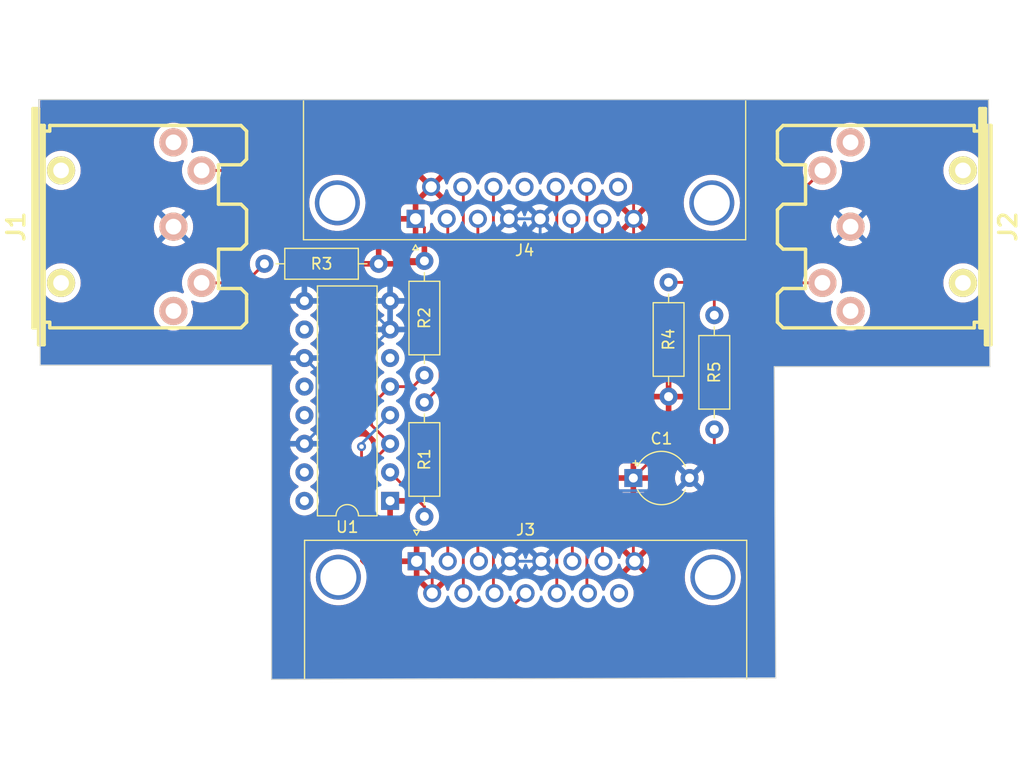
<source format=kicad_pcb>
(kicad_pcb (version 20221018) (generator pcbnew)
  (layers (0 "F.Cu" signal) (31 "B.Cu" signal) (34 "B.Paste" user) (35 "F.Paste" user) (36 "B.SilkS" user "B.Silkscreen") (37 "F.SilkS" user "F.Silkscreen") (38 "B.Mask" user) (39 "F.Mask" user) (44 "Edge.Cuts" user))
  (net 0 "")
  (net 1 "VCC")
  (net 2 "GND")
  (net 4 "Net-(J1-Pad4)")
  (net 6 "Net-(J1-Pad5)")
  (net 8 "Net-(J2-Pad4)")
  (net 10 "Net-(J2-Pad5)")
  (net 11 "/~{B1}")
  (net 12 "/X1")
  (net 13 "/Y1")
  (net 14 "/~{B2}")
  (net 15 "/~{B4}")
  (net 16 "/X2")
  (net 17 "/MIDI_OUT")
  (net 18 "/Y2")
  (net 19 "/~{B3}")
  (net 23 "Net-(R1-Pad2)")
  (net 24 "Net-(R5-Pad2)")
  (footprint "Eurocad:MIDI_DIN5" (layer "F.Cu") (at 121.3739 47.879 -90)
    (fp_text reference "J1" (at 0 11.00074 90) (layer "F.SilkS") (effects (font (size 1.524 1.524) (thickness 0.3048))))
    (fp_text value "DIN-5_180degree" hide)
    (fp_line (start -10.50036 8.99922) (end -8.99922 8.99922) (stroke (width 0.3048)) (layer "F.SilkS"))
    (fp_line (start -10.50036 9.25068) (end 8.99922 9.25068) (stroke (width 0.3048)) (layer "F.SilkS"))
    (fp_line (start -10.50036 9.4996) (end -10.50036 8.99922) (stroke (width 0.3048)) (layer "F.SilkS"))
    (fp_line (start -8.99922 -8.99922) (end -8.99922 8.001) (stroke (width 0.3048)) (layer "F.SilkS"))
    (fp_line (start -8.99922 -8.99922) (end -8.49884 -9.4996) (stroke (width 0.3048)) (layer "F.SilkS"))
    (fp_line (start -8.99922 8.001) (end -8.49884 8.001) (stroke (width 0.3048)) (layer "F.SilkS"))
    (fp_line (start -8.99922 8.49884) (end 10.50036 8.49884) (stroke (width 0.3048)) (layer "F.SilkS"))
    (fp_line (start -8.99922 8.7503) (end 10.50036 8.7503) (stroke (width 0.3048)) (layer "F.SilkS"))
    (fp_line (start -8.99922 8.99922) (end -8.99922 8.49884) (stroke (width 0.3048)) (layer "F.SilkS"))
    (fp_line (start -8.49884 -9.4996) (end -5.99948 -9.4996) (stroke (width 0.3048)) (layer "F.SilkS"))
    (fp_line (start -8.49884 8.001) (end -8.49884 8.49884) (stroke (width 0.3048)) (layer "F.SilkS"))
    (fp_line (start -5.99948 -9.4996) (end -5.4991 -8.99922) (stroke (width 0.3048)) (layer "F.SilkS"))
    (fp_line (start -5.4991 -8.99922) (end -5.4991 -7.00024) (stroke (width 0.3048)) (layer "F.SilkS"))
    (fp_line (start -5.4991 -7.00024) (end -1.99898 -7.00024) (stroke (width 0.3048)) (layer "F.SilkS"))
    (fp_line (start -1.99898 -8.99922) (end -1.99898 -7.00024) (stroke (width 0.3048)) (layer "F.SilkS"))
    (fp_line (start -1.50114 -9.4996) (end -1.99898 -8.99922) (stroke (width 0.3048)) (layer "F.SilkS"))
    (fp_line (start -1.50114 -9.4996) (end 1.50114 -9.4996) (stroke (width 0.3048)) (layer "F.SilkS"))
    (fp_line (start 1.50114 -9.4996) (end 1.99898 -8.99922) (stroke (width 0.3048)) (layer "F.SilkS"))
    (fp_line (start 1.99898 -8.99922) (end 1.99898 -7.00024) (stroke (width 0.3048)) (layer "F.SilkS"))
    (fp_line (start 5.4991 -8.99922) (end 5.4991 -7.00024) (stroke (width 0.3048)) (layer "F.SilkS"))
    (fp_line (start 5.4991 -7.00024) (end 1.99898 -7.00024) (stroke (width 0.3048)) (layer "F.SilkS"))
    (fp_line (start 5.99948 -9.4996) (end 5.4991 -8.99922) (stroke (width 0.3048)) (layer "F.SilkS"))
    (fp_line (start 6.49986 -9.4996) (end 5.99948 -9.4996) (stroke (width 0.3048)) (layer "F.SilkS"))
    (fp_line (start 8.49884 -9.4996) (end 6.49986 -9.4996) (stroke (width 0.3048)) (layer "F.SilkS"))
    (fp_line (start 8.49884 8.49884) (end 8.49884 8.001) (stroke (width 0.3048)) (layer "F.SilkS"))
    (fp_line (start 8.99922 -8.99922) (end 8.49884 -9.4996) (stroke (width 0.3048)) (layer "F.SilkS"))
    (fp_line (start 8.99922 -8.99922) (end 8.99922 8.001) (stroke (width 0.3048)) (layer "F.SilkS"))
    (fp_line (start 8.99922 8.001) (end 8.49884 8.001) (stroke (width 0.3048)) (layer "F.SilkS"))
    (fp_line (start 8.99922 8.99922) (end -8.99922 8.99922) (stroke (width 0.3048)) (layer "F.SilkS"))
    (fp_line (start 8.99922 8.99922) (end 8.99922 9.4996) (stroke (width 0.3048)) (layer "F.SilkS"))
    (fp_line (start 8.99922 9.4996) (end -10.50036 9.4996) (stroke (width 0.3048)) (layer "F.SilkS"))
    (fp_line (start 10.50036 8.49884) (end 10.50036 8.99922) (stroke (width 0.3048)) (layer "F.SilkS"))
    (fp_line (start 10.50036 8.99922) (end 8.99922 8.99922) (stroke (width 0.3048)) (layer "F.SilkS"))
    (pad "" np_thru_hole circle (at -5.00126 6.9977 270) (size 2.49936 2.49936) (drill 1.397) (layers "*.Cu" "*.Mask" "F.SilkS"))
    (pad "" np_thru_hole circle (at 5.00126 6.9977 270) (size 2.49936 2.49936) (drill 1.397) (layers "*.Cu" "*.Mask" "F.SilkS"))
    (pad "1" thru_hole circle (at 7.49808 -2.9972 270) (size 2.49936 2.49936) (drill 1.397) (layers "*.Cu" "*.SilkS" "*.Mask"))
    (pad "2" thru_hole circle (at 0 -2.99974 270) (size 2.49936 2.49936) (drill 1.397) (layers "*.Cu" "*.SilkS" "*.Mask") (net 2 "GND"))
    (pad "3" thru_hole circle (at -7.49808 -2.9972 270) (size 2.49936 2.49936) (drill 1.397) (layers "*.Cu" "*.SilkS" "*.Mask"))
    (pad "4" thru_hole circle (at 4.99618 -5.4991 270) (size 2.49936 2.49936) (drill 1.397) (layers "*.Cu" "*.SilkS" "*.Mask") (net 4 "Net-(J1-Pad4)"))
    (pad "5" thru_hole circle (at -4.99618 -5.4991 270) (size 2.49936 2.49936) (drill 1.397) (layers "*.Cu" "*.SilkS" "*.Mask") (net 6 "Net-(J1-Pad5)"))
  )
  (footprint "Package_DIP:DIP-16_W7.62mm" (layer "F.Cu") (at 143.637 72.263 180)
    (fp_text reference "U1" (at 3.81 -2.33) (layer "F.SilkS"))
    (fp_text value "4050")
    (fp_line (start 1.16 -1.33) (end 1.16 19.11) (stroke (width 0.12)) (layer "F.SilkS"))
    (fp_line (start 1.16 19.11) (end 6.46 19.11) (stroke (width 0.12)) (layer "F.SilkS"))
    (fp_line (start 2.81 -1.33) (end 1.16 -1.33) (stroke (width 0.12)) (layer "F.SilkS"))
    (fp_line (start 6.46 -1.33) (end 4.81 -1.33) (stroke (width 0.12)) (layer "F.SilkS"))
    (fp_line (start 6.46 19.11) (end 6.46 -1.33) (stroke (width 0.12)) (layer "F.SilkS"))
    (fp_arc (start 4.81 -1.33) (mid 3.81 -0.33) (end 2.81 -1.33) (stroke (width 0.12)) (layer "F.SilkS"))
    (pad "1" thru_hole rect (at 0 0 180) (size 1.6 1.6) (drill 0.8) (layers "*.Cu" "*.Mask") (net 1 "VCC"))
    (pad "2" thru_hole oval (at 0 2.54 180) (size 1.6 1.6) (drill 0.8) (layers "*.Cu" "*.Mask") (net 23 "Net-(R1-Pad2)"))
    (pad "3" thru_hole oval (at 0 5.08 180) (size 1.6 1.6) (drill 0.8) (layers "*.Cu" "*.Mask") (net 17 "/MIDI_OUT"))
    (pad "4" thru_hole oval (at 0 7.62 180) (size 1.6 1.6) (drill 0.8) (layers "*.Cu" "*.Mask") (net 24 "Net-(R5-Pad2)"))
    (pad "5" thru_hole oval (at 0 10.16 180) (size 1.6 1.6) (drill 0.8) (layers "*.Cu" "*.Mask") (net 17 "/MIDI_OUT"))
    (pad "6" thru_hole oval (at 0 12.7 180) (size 1.6 1.6) (drill 0.8) (layers "*.Cu" "*.Mask"))
    (pad "7" thru_hole oval (at 0 15.24 180) (size 1.6 1.6) (drill 0.8) (layers "*.Cu" "*.Mask") (net 2 "GND"))
    (pad "8" thru_hole oval (at 0 17.78 180) (size 1.6 1.6) (drill 0.8) (layers "*.Cu" "*.Mask") (net 2 "GND"))
    (pad "9" thru_hole oval (at 7.62 17.78 180) (size 1.6 1.6) (drill 0.8) (layers "*.Cu" "*.Mask") (net 2 "GND"))
    (pad "10" thru_hole oval (at 7.62 15.24 180) (size 1.6 1.6) (drill 0.8) (layers "*.Cu" "*.Mask"))
    (pad "11" thru_hole oval (at 7.62 12.7 180) (size 1.6 1.6) (drill 0.8) (layers "*.Cu" "*.Mask") (net 2 "GND"))
    (pad "12" thru_hole oval (at 7.62 10.16 180) (size 1.6 1.6) (drill 0.8) (layers "*.Cu" "*.Mask"))
    (pad "13" thru_hole oval (at 7.62 7.62 180) (size 1.6 1.6) (drill 0.8) (layers "*.Cu" "*.Mask"))
    (pad "14" thru_hole oval (at 7.62 5.08 180) (size 1.6 1.6) (drill 0.8) (layers "*.Cu" "*.Mask") (net 2 "GND"))
    (pad "15" thru_hole oval (at 7.62 2.54 180) (size 1.6 1.6) (drill 0.8) (layers "*.Cu" "*.Mask"))
    (pad "16" thru_hole oval (at 7.62 0 180) (size 1.6 1.6) (drill 0.8) (layers "*.Cu" "*.Mask"))
  )
  (footprint "Resistor_THT:R_Axial_DIN0207_L6.3mm_D2.5mm_P10.16mm_Horizontal" (layer "F.Cu") (at 172.466 55.753 -90)
    (fp_text reference "R5" (at 5.08 0 90) (layer "F.SilkS"))
    (fp_text value "220R")
    (fp_line (start 1.04 0) (end 1.81 0) (stroke (width 0.12)) (layer "F.SilkS"))
    (fp_line (start 1.81 -1.37) (end 1.81 1.37) (stroke (width 0.12)) (layer "F.SilkS"))
    (fp_line (start 1.81 1.37) (end 8.35 1.37) (stroke (width 0.12)) (layer "F.SilkS"))
    (fp_line (start 8.35 -1.37) (end 1.81 -1.37) (stroke (width 0.12)) (layer "F.SilkS"))
    (fp_line (start 8.35 1.37) (end 8.35 -1.37) (stroke (width 0.12)) (layer "F.SilkS"))
    (fp_line (start 9.12 0) (end 8.35 0) (stroke (width 0.12)) (layer "F.SilkS"))
    (pad "1" thru_hole circle (at 0 0 270) (size 1.6 1.6) (drill 0.8) (layers "*.Cu" "*.Mask") (net 10 "Net-(J2-Pad5)"))
    (pad "2" thru_hole oval (at 10.16 0 270) (size 1.6 1.6) (drill 0.8) (layers "*.Cu" "*.Mask") (net 24 "Net-(R5-Pad2)"))
  )
  (footprint "Resistor_THT:R_Axial_DIN0207_L6.3mm_D2.5mm_P10.16mm_Horizontal" (layer "F.Cu") (at 146.685 63.5 -90)
    (fp_text reference "R1" (at 5.08 0 90) (layer "F.SilkS"))
    (fp_text value "220R")
    (fp_line (start 1.04 0) (end 1.81 0) (stroke (width 0.12)) (layer "F.SilkS"))
    (fp_line (start 1.81 -1.37) (end 1.81 1.37) (stroke (width 0.12)) (layer "F.SilkS"))
    (fp_line (start 1.81 1.37) (end 8.35 1.37) (stroke (width 0.12)) (layer "F.SilkS"))
    (fp_line (start 8.35 -1.37) (end 1.81 -1.37) (stroke (width 0.12)) (layer "F.SilkS"))
    (fp_line (start 8.35 1.37) (end 8.35 -1.37) (stroke (width 0.12)) (layer "F.SilkS"))
    (fp_line (start 9.12 0) (end 8.35 0) (stroke (width 0.12)) (layer "F.SilkS"))
    (pad "1" thru_hole circle (at 0 0 270) (size 1.6 1.6) (drill 0.8) (layers "*.Cu" "*.Mask") (net 6 "Net-(J1-Pad5)"))
    (pad "2" thru_hole oval (at 10.16 0 270) (size 1.6 1.6) (drill 0.8) (layers "*.Cu" "*.Mask") (net 23 "Net-(R1-Pad2)"))
  )
  (footprint "Eurocad:MIDI_DIN5" (layer "F.Cu") (at 187.579 47.879 90)
    (fp_text reference "J2" (at 0 11.00074 90) (layer "F.SilkS") (effects (font (size 1.524 1.524) (thickness 0.3048))))
    (fp_text value "DIN-5_180degree" hide)
    (fp_line (start -10.50036 8.99922) (end -8.99922 8.99922) (stroke (width 0.3048)) (layer "F.SilkS"))
    (fp_line (start -10.50036 9.25068) (end 8.99922 9.25068) (stroke (width 0.3048)) (layer "F.SilkS"))
    (fp_line (start -10.50036 9.4996) (end -10.50036 8.99922) (stroke (width 0.3048)) (layer "F.SilkS"))
    (fp_line (start -8.99922 -8.99922) (end -8.99922 8.001) (stroke (width 0.3048)) (layer "F.SilkS"))
    (fp_line (start -8.99922 -8.99922) (end -8.49884 -9.4996) (stroke (width 0.3048)) (layer "F.SilkS"))
    (fp_line (start -8.99922 8.001) (end -8.49884 8.001) (stroke (width 0.3048)) (layer "F.SilkS"))
    (fp_line (start -8.99922 8.49884) (end 10.50036 8.49884) (stroke (width 0.3048)) (layer "F.SilkS"))
    (fp_line (start -8.99922 8.7503) (end 10.50036 8.7503) (stroke (width 0.3048)) (layer "F.SilkS"))
    (fp_line (start -8.99922 8.99922) (end -8.99922 8.49884) (stroke (width 0.3048)) (layer "F.SilkS"))
    (fp_line (start -8.49884 -9.4996) (end -5.99948 -9.4996) (stroke (width 0.3048)) (layer "F.SilkS"))
    (fp_line (start -8.49884 8.001) (end -8.49884 8.49884) (stroke (width 0.3048)) (layer "F.SilkS"))
    (fp_line (start -5.99948 -9.4996) (end -5.4991 -8.99922) (stroke (width 0.3048)) (layer "F.SilkS"))
    (fp_line (start -5.4991 -8.99922) (end -5.4991 -7.00024) (stroke (width 0.3048)) (layer "F.SilkS"))
    (fp_line (start -5.4991 -7.00024) (end -1.99898 -7.00024) (stroke (width 0.3048)) (layer "F.SilkS"))
    (fp_line (start -1.99898 -8.99922) (end -1.99898 -7.00024) (stroke (width 0.3048)) (layer "F.SilkS"))
    (fp_line (start -1.50114 -9.4996) (end -1.99898 -8.99922) (stroke (width 0.3048)) (layer "F.SilkS"))
    (fp_line (start -1.50114 -9.4996) (end 1.50114 -9.4996) (stroke (width 0.3048)) (layer "F.SilkS"))
    (fp_line (start 1.50114 -9.4996) (end 1.99898 -8.99922) (stroke (width 0.3048)) (layer "F.SilkS"))
    (fp_line (start 1.99898 -8.99922) (end 1.99898 -7.00024) (stroke (width 0.3048)) (layer "F.SilkS"))
    (fp_line (start 5.4991 -8.99922) (end 5.4991 -7.00024) (stroke (width 0.3048)) (layer "F.SilkS"))
    (fp_line (start 5.4991 -7.00024) (end 1.99898 -7.00024) (stroke (width 0.3048)) (layer "F.SilkS"))
    (fp_line (start 5.99948 -9.4996) (end 5.4991 -8.99922) (stroke (width 0.3048)) (layer "F.SilkS"))
    (fp_line (start 6.49986 -9.4996) (end 5.99948 -9.4996) (stroke (width 0.3048)) (layer "F.SilkS"))
    (fp_line (start 8.49884 -9.4996) (end 6.49986 -9.4996) (stroke (width 0.3048)) (layer "F.SilkS"))
    (fp_line (start 8.49884 8.49884) (end 8.49884 8.001) (stroke (width 0.3048)) (layer "F.SilkS"))
    (fp_line (start 8.99922 -8.99922) (end 8.49884 -9.4996) (stroke (width 0.3048)) (layer "F.SilkS"))
    (fp_line (start 8.99922 -8.99922) (end 8.99922 8.001) (stroke (width 0.3048)) (layer "F.SilkS"))
    (fp_line (start 8.99922 8.001) (end 8.49884 8.001) (stroke (width 0.3048)) (layer "F.SilkS"))
    (fp_line (start 8.99922 8.99922) (end -8.99922 8.99922) (stroke (width 0.3048)) (layer "F.SilkS"))
    (fp_line (start 8.99922 8.99922) (end 8.99922 9.4996) (stroke (width 0.3048)) (layer "F.SilkS"))
    (fp_line (start 8.99922 9.4996) (end -10.50036 9.4996) (stroke (width 0.3048)) (layer "F.SilkS"))
    (fp_line (start 10.50036 8.49884) (end 10.50036 8.99922) (stroke (width 0.3048)) (layer "F.SilkS"))
    (fp_line (start 10.50036 8.99922) (end 8.99922 8.99922) (stroke (width 0.3048)) (layer "F.SilkS"))
    (pad "" np_thru_hole circle (at -5.00126 6.9977 90) (size 2.49936 2.49936) (drill 1.397) (layers "*.Cu" "*.Mask" "F.SilkS"))
    (pad "" np_thru_hole circle (at 5.00126 6.9977 90) (size 2.49936 2.49936) (drill 1.397) (layers "*.Cu" "*.Mask" "F.SilkS"))
    (pad "1" thru_hole circle (at 7.49808 -2.9972 90) (size 2.49936 2.49936) (drill 1.397) (layers "*.Cu" "*.SilkS" "*.Mask"))
    (pad "2" thru_hole circle (at 0 -2.99974 90) (size 2.49936 2.49936) (drill 1.397) (layers "*.Cu" "*.SilkS" "*.Mask") (net 2 "GND"))
    (pad "3" thru_hole circle (at -7.49808 -2.9972 90) (size 2.49936 2.49936) (drill 1.397) (layers "*.Cu" "*.SilkS" "*.Mask"))
    (pad "4" thru_hole circle (at 4.99618 -5.4991 90) (size 2.49936 2.49936) (drill 1.397) (layers "*.Cu" "*.SilkS" "*.Mask") (net 8 "Net-(J2-Pad4)"))
    (pad "5" thru_hole circle (at -4.99618 -5.4991 90) (size 2.49936 2.49936) (drill 1.397) (layers "*.Cu" "*.SilkS" "*.Mask") (net 10 "Net-(J2-Pad5)"))
  )
  (footprint "Resistor_THT:R_Axial_DIN0207_L6.3mm_D2.5mm_P10.16mm_Horizontal" (layer "F.Cu") (at 168.402 52.832 -90)
    (fp_text reference "R4" (at 5.08 0 90) (layer "F.SilkS"))
    (fp_text value "220R")
    (fp_line (start 1.04 0) (end 1.81 0) (stroke (width 0.12)) (layer "F.SilkS"))
    (fp_line (start 1.81 -1.37) (end 1.81 1.37) (stroke (width 0.12)) (layer "F.SilkS"))
    (fp_line (start 1.81 1.37) (end 8.35 1.37) (stroke (width 0.12)) (layer "F.SilkS"))
    (fp_line (start 8.35 -1.37) (end 1.81 -1.37) (stroke (width 0.12)) (layer "F.SilkS"))
    (fp_line (start 8.35 1.37) (end 8.35 -1.37) (stroke (width 0.12)) (layer "F.SilkS"))
    (fp_line (start 9.12 0) (end 8.35 0) (stroke (width 0.12)) (layer "F.SilkS"))
    (pad "1" thru_hole circle (at 0 0 270) (size 1.6 1.6) (drill 0.8) (layers "*.Cu" "*.Mask") (net 8 "Net-(J2-Pad4)"))
    (pad "2" thru_hole oval (at 10.16 0 270) (size 1.6 1.6) (drill 0.8) (layers "*.Cu" "*.Mask") (net 1 "VCC"))
  )
  (footprint "Capacitor_THT:CP_Radial_Tantal_D4.5mm_P5.00mm" (layer "F.Cu") (at 165.267 70.231)
    (fp_text reference "C1" (at 2.5 -3.5) (layer "F.SilkS"))
    (fp_text value "C")
    (fp_line (start -0.037288 -1.335) (end 0.412712 -1.335) (stroke (width 0.12)) (layer "F.SilkS"))
    (fp_line (start 0.187712 -1.56) (end 0.187712 -1.11) (stroke (width 0.12)) (layer "F.SilkS"))
    (fp_arc (start 0.380259 -1.06) (mid 2.5 -2.37) (end 4.619741 -1.06) (stroke (width 0.12)) (layer "F.SilkS"))
    (fp_arc (start 4.619741 1.06) (mid 2.5 2.37) (end 0.380259 1.06) (stroke (width 0.12)) (layer "F.SilkS"))
    (pad "1" thru_hole rect (at 0 0) (size 1.6 1.6) (drill 0.8) (layers "*.Cu" "*.Mask") (net 1 "VCC"))
    (pad "2" thru_hole circle (at 5 0) (size 1.6 1.6) (drill 0.8) (layers "*.Cu" "*.Mask") (net 2 "GND"))
  )
  (footprint "Connector_Dsub:DSUB-15_Male_Horizontal_P2.77x2.84mm_EdgePinOffset7.70mm_Housed_MountingHolesOffset9.12mm" (layer "F.Cu") (at 145.994 77.632669)
    (fp_text reference "J3" (at 9.695 -2.8) (layer "F.SilkS"))
    (fp_text value "Conn_01x15_Pin")
    (fp_line (start -9.965 -1.86) (end 29.355 -1.86) (stroke (width 0.12)) (layer "F.SilkS"))
    (fp_line (start -9.965 10.48) (end -9.965 -1.86) (stroke (width 0.12)) (layer "F.SilkS"))
    (fp_line (start -0.25 -2.754338) (end 0.25 -2.754338) (stroke (width 0.12)) (layer "F.SilkS"))
    (fp_line (start 0 -2.321325) (end -0.25 -2.754338) (stroke (width 0.12)) (layer "F.SilkS"))
    (fp_line (start 0.25 -2.754338) (end 0 -2.321325) (stroke (width 0.12)) (layer "F.SilkS"))
    (fp_line (start 29.355 -1.86) (end 29.355 10.48) (stroke (width 0.12)) (layer "F.SilkS"))
    (pad "0" thru_hole circle (at -6.955 1.42) (size 4 4) (drill 3.2) (layers "*.Cu" "*.Mask"))
    (pad "0" thru_hole circle (at 26.345 1.42) (size 4 4) (drill 3.2) (layers "*.Cu" "*.Mask"))
    (pad "1" thru_hole rect (at 0 0) (size 1.6 1.6) (drill 1) (layers "*.Cu" "*.Mask") (net 1 "VCC"))
    (pad "2" thru_hole circle (at 2.77 0) (size 1.6 1.6) (drill 1) (layers "*.Cu" "*.Mask") (net 11 "/~{B1}"))
    (pad "3" thru_hole circle (at 5.54 0) (size 1.6 1.6) (drill 1) (layers "*.Cu" "*.Mask") (net 12 "/X1"))
    (pad "4" thru_hole circle (at 8.31 0) (size 1.6 1.6) (drill 1) (layers "*.Cu" "*.Mask") (net 2 "GND"))
    (pad "5" thru_hole circle (at 11.08 0) (size 1.6 1.6) (drill 1) (layers "*.Cu" "*.Mask") (net 2 "GND"))
    (pad "6" thru_hole circle (at 13.85 0) (size 1.6 1.6) (drill 1) (layers "*.Cu" "*.Mask") (net 13 "/Y1"))
    (pad "7" thru_hole circle (at 16.62 0) (size 1.6 1.6) (drill 1) (layers "*.Cu" "*.Mask") (net 14 "/~{B2}"))
    (pad "8" thru_hole circle (at 19.39 0) (size 1.6 1.6) (drill 1) (layers "*.Cu" "*.Mask") (net 1 "VCC"))
    (pad "9" thru_hole circle (at 1.385 2.84) (size 1.6 1.6) (drill 1) (layers "*.Cu" "*.Mask") (net 1 "VCC"))
    (pad "10" thru_hole circle (at 4.155 2.84) (size 1.6 1.6) (drill 1) (layers "*.Cu" "*.Mask") (net 15 "/~{B4}"))
    (pad "11" thru_hole circle (at 6.925 2.84) (size 1.6 1.6) (drill 1) (layers "*.Cu" "*.Mask") (net 16 "/X2"))
    (pad "12" thru_hole circle (at 9.695 2.84) (size 1.6 1.6) (drill 1) (layers "*.Cu" "*.Mask") (net 17 "/MIDI_OUT"))
    (pad "13" thru_hole circle (at 12.465 2.84) (size 1.6 1.6) (drill 1) (layers "*.Cu" "*.Mask") (net 18 "/Y2"))
    (pad "14" thru_hole circle (at 15.235 2.84) (size 1.6 1.6) (drill 1) (layers "*.Cu" "*.Mask") (net 19 "/~{B3}"))
    (pad "15" thru_hole circle (at 18.005 2.84) (size 1.6 1.6) (drill 1) (layers "*.Cu" "*.Mask"))
  )
  (footprint "Connector_Dsub:DSUB-15_Female_Horizontal_P2.77x2.84mm_EdgePinOffset7.70mm_Housed_MountingHolesOffset9.12mm" (layer "F.Cu") (at 145.9 47.181331 180)
    (fp_text reference "J4" (at -9.695 -2.8) (layer "F.SilkS"))
    (fp_text value "Conn_01x15_Socket")
    (fp_line (start -29.355 -1.86) (end 9.965 -1.86) (stroke (width 0.12)) (layer "F.SilkS"))
    (fp_line (start -29.355 10.48) (end -29.355 -1.86) (stroke (width 0.12)) (layer "F.SilkS"))
    (fp_line (start -0.25 -2.754338) (end 0.25 -2.754338) (stroke (width 0.12)) (layer "F.SilkS"))
    (fp_line (start 0 -2.321325) (end -0.25 -2.754338) (stroke (width 0.12)) (layer "F.SilkS"))
    (fp_line (start 0.25 -2.754338) (end 0 -2.321325) (stroke (width 0.12)) (layer "F.SilkS"))
    (fp_line (start 9.965 -1.86) (end 9.965 10.48) (stroke (width 0.12)) (layer "F.SilkS"))
    (pad "0" thru_hole circle (at -26.345 1.42 180) (size 4 4) (drill 3.2) (layers "*.Cu" "*.Mask"))
    (pad "0" thru_hole circle (at 6.955 1.42 180) (size 4 4) (drill 3.2) (layers "*.Cu" "*.Mask"))
    (pad "1" thru_hole rect (at 0 0 180) (size 1.6 1.6) (drill 1) (layers "*.Cu" "*.Mask") (net 1 "VCC"))
    (pad "2" thru_hole circle (at -2.77 0 180) (size 1.6 1.6) (drill 1) (layers "*.Cu" "*.Mask") (net 11 "/~{B1}"))
    (pad "3" thru_hole circle (at -5.54 0 180) (size 1.6 1.6) (drill 1) (layers "*.Cu" "*.Mask") (net 12 "/X1"))
    (pad "4" thru_hole circle (at -8.31 0 180) (size 1.6 1.6) (drill 1) (layers "*.Cu" "*.Mask") (net 2 "GND"))
    (pad "5" thru_hole circle (at -11.08 0 180) (size 1.6 1.6) (drill 1) (layers "*.Cu" "*.Mask") (net 2 "GND"))
    (pad "6" thru_hole circle (at -13.85 0 180) (size 1.6 1.6) (drill 1) (layers "*.Cu" "*.Mask") (net 13 "/Y1"))
    (pad "7" thru_hole circle (at -16.62 0 180) (size 1.6 1.6) (drill 1) (layers "*.Cu" "*.Mask") (net 14 "/~{B2}"))
    (pad "8" thru_hole circle (at -19.39 0 180) (size 1.6 1.6) (drill 1) (layers "*.Cu" "*.Mask") (net 1 "VCC"))
    (pad "9" thru_hole circle (at -1.385 2.84 180) (size 1.6 1.6) (drill 1) (layers "*.Cu" "*.Mask") (net 1 "VCC"))
    (pad "10" thru_hole circle (at -4.155 2.84 180) (size 1.6 1.6) (drill 1) (layers "*.Cu" "*.Mask") (net 15 "/~{B4}"))
    (pad "11" thru_hole circle (at -6.925 2.84 180) (size 1.6 1.6) (drill 1) (layers "*.Cu" "*.Mask") (net 16 "/X2"))
    (pad "12" thru_hole circle (at -9.695 2.84 180) (size 1.6 1.6) (drill 1) (layers "*.Cu" "*.Mask"))
    (pad "13" thru_hole circle (at -12.465 2.84 180) (size 1.6 1.6) (drill 1) (layers "*.Cu" "*.Mask") (net 18 "/Y2"))
    (pad "14" thru_hole circle (at -15.235 2.84 180) (size 1.6 1.6) (drill 1) (layers "*.Cu" "*.Mask") (net 19 "/~{B3}"))
    (pad "15" thru_hole circle (at -18.005 2.84 180) (size 1.6 1.6) (drill 1) (layers "*.Cu" "*.Mask"))
  )
  (footprint "Resistor_THT:R_Axial_DIN0207_L6.3mm_D2.5mm_P10.16mm_Horizontal" (layer "F.Cu") (at 132.461 51.181)
    (fp_text reference "R3" (at 5.08 0) (layer "F.SilkS"))
    (fp_text value "220R")
    (fp_line (start 1.04 0) (end 1.81 0) (stroke (width 0.12)) (layer "F.SilkS"))
    (fp_line (start 1.81 -1.37) (end 1.81 1.37) (stroke (width 0.12)) (layer "F.SilkS"))
    (fp_line (start 1.81 1.37) (end 8.35 1.37) (stroke (width 0.12)) (layer "F.SilkS"))
    (fp_line (start 8.35 -1.37) (end 1.81 -1.37) (stroke (width 0.12)) (layer "F.SilkS"))
    (fp_line (start 8.35 1.37) (end 8.35 -1.37) (stroke (width 0.12)) (layer "F.SilkS"))
    (fp_line (start 9.12 0) (end 8.35 0) (stroke (width 0.12)) (layer "F.SilkS"))
    (pad "1" thru_hole circle (at 0 0) (size 1.6 1.6) (drill 0.8) (layers "*.Cu" "*.Mask") (net 4 "Net-(J1-Pad4)"))
    (pad "2" thru_hole oval (at 10.16 0) (size 1.6 1.6) (drill 0.8) (layers "*.Cu" "*.Mask") (net 1 "VCC"))
  )
  (footprint "Resistor_THT:R_Axial_DIN0207_L6.3mm_D2.5mm_P10.16mm_Horizontal" (layer "F.Cu") (at 146.685 61.087 90)
    (fp_text reference "R2" (at 5.08 0 90) (layer "F.SilkS"))
    (fp_text value "4k7")
    (fp_line (start 1.04 0) (end 1.81 0) (stroke (width 0.12)) (layer "F.SilkS"))
    (fp_line (start 1.81 -1.37) (end 1.81 1.37) (stroke (width 0.12)) (layer "F.SilkS"))
    (fp_line (start 1.81 1.37) (end 8.35 1.37) (stroke (width 0.12)) (layer "F.SilkS"))
    (fp_line (start 8.35 -1.37) (end 1.81 -1.37) (stroke (width 0.12)) (layer "F.SilkS"))
    (fp_line (start 8.35 1.37) (end 8.35 -1.37) (stroke (width 0.12)) (layer "F.SilkS"))
    (fp_line (start 9.12 0) (end 8.35 0) (stroke (width 0.12)) (layer "F.SilkS"))
    (pad "1" thru_hole circle (at 0 0 90) (size 1.6 1.6) (drill 0.8) (layers "*.Cu" "*.Mask") (net 17 "/MIDI_OUT"))
    (pad "2" thru_hole oval (at 10.16 0 90) (size 1.6 1.6) (drill 0.8) (layers "*.Cu" "*.Mask") (net 1 "VCC"))
  )
  (gr_line (start 112.522 60.198) (end 133.096 60.198) (stroke (width 0.1)) (layer "Edge.Cuts"))
  (gr_line (start 177.927 88.011) (end 177.8 60.325) (stroke (width 0.1)) (layer "Edge.Cuts"))
  (gr_line (start 136.017 36.576) (end 112.395 36.576) (stroke (width 0.1)) (layer "Edge.Cuts"))
  (gr_line (start 112.395 36.576) (end 112.522 60.198) (stroke (width 0.1)) (layer "Edge.Cuts"))
  (gr_line (start 177.8 60.325) (end 196.977 60.325) (stroke (width 0.1)) (layer "Edge.Cuts"))
  (gr_line (start 133.096 60.198) (end 133.096 88.138) (stroke (width 0.1)) (layer "Edge.Cuts"))
  (gr_line (start 136.017 36.576) (end 196.85 36.576) (stroke (width 0.1)) (layer "Edge.Cuts"))
  (gr_line (start 133.096 88.138) (end 177.927 88.011) (stroke (width 0.1)) (layer "Edge.Cuts"))
  (gr_line (start 196.977 60.325) (end 196.85 36.576) (stroke (width 0.1)) (layer "Edge.Cuts"))
  (segment (start 142.621 51.181) (end 146.431 51.181) (width 0.25) (layer "F.Cu") (net 1))
  (segment (start 168.402 62.992) (end 168.402 67.096) (width 0.25) (layer "F.Cu") (net 1))
  (segment (start 146.431 51.181) (end 146.685 50.927) (width 0.25) (layer "F.Cu") (net 1))
  (segment (start 165.267 77.515669) (end 165.384 77.632669) (width 0.25) (layer "F.Cu") (net 1))
  (segment (start 146.685 50.927) (end 146.685 47.966331) (width 0.25) (layer "F.Cu") (net 1))
  (segment (start 168.402 67.096) (end 165.267 70.231) (width 0.25) (layer "F.Cu") (net 1))
  (segment (start 149.335331 42.291) (end 164.846 42.291) (width 0.25) (layer "F.Cu") (net 1))
  (segment (start 145.994 77.632669) (end 145.994 76.271) (width 0.25) (layer "F.Cu") (net 1))
  (segment (start 145.994 76.271) (end 143.637 73.914) (width 0.25) (layer "F.Cu") (net 1))
  (segment (start 145.9 45.726331) (end 147.285 44.341331) (width 0.25) (layer "F.Cu") (net 1))
  (segment (start 147.379 80.472669) (end 147.379 79.017669) (width 0.25) (layer "F.Cu") (net 1))
  (segment (start 147.379 79.017669) (end 145.994 77.632669) (width 0.25) (layer "F.Cu") (net 1))
  (segment (start 165.29 70.208) (end 165.267 70.231) (width 0.25) (layer "F.Cu") (net 1))
  (segment (start 165.29 47.181331) (end 165.29 70.208) (width 0.25) (layer "F.Cu") (net 1))
  (segment (start 165.29 42.735) (end 165.29 47.181331) (width 0.25) (layer "F.Cu") (net 1))
  (segment (start 143.637 73.914) (end 143.637 72.263) (width 0.25) (layer "F.Cu") (net 1))
  (segment (start 147.285 44.341331) (end 149.335331 42.291) (width 0.25) (layer "F.Cu") (net 1))
  (segment (start 165.267 70.231) (end 165.267 77.515669) (width 0.25) (layer "F.Cu") (net 1))
  (segment (start 146.685 47.966331) (end 145.9 47.181331) (width 0.25) (layer "F.Cu") (net 1))
  (segment (start 145.9 47.181331) (end 145.9 45.726331) (width 0.25) (layer "F.Cu") (net 1))
  (segment (start 164.846 42.291) (end 165.29 42.735) (width 0.25) (layer "F.Cu") (net 1))
  (segment (start 163.350669 71.356) (end 157.074 77.632669) (width 0.25) (layer "B.Cu") (net 2))
  (segment (start 156.98 56.944) (end 170.267 70.231) (width 0.25) (layer "B.Cu") (net 2))
  (segment (start 146.908331 54.483) (end 143.637 54.483) (width 0.25) (layer "B.Cu") (net 2))
  (segment (start 143.637 54.483) (end 143.637 57.023) (width 0.25) (layer "B.Cu") (net 2))
  (segment (start 137.142 66.058) (end 136.017 67.183) (width 0.25) (layer "B.Cu") (net 2))
  (segment (start 124.37364 47.879) (end 125.62332 49.12868) (width 0.25) (layer "B.Cu") (net 2))
  (segment (start 136.017 54.483) (end 141.097 54.483) (width 0.25) (layer "B.Cu") (net 2))
  (segment (start 157.074 77.632669) (end 154.304 77.632669) (width 0.25) (layer "B.Cu") (net 2))
  (segment (start 136.017 59.563) (end 137.142 60.688) (width 0.25) (layer "B.Cu") (net 2))
  (segment (start 141.097 54.483) (end 143.637 57.023) (width 0.25) (layer "B.Cu") (net 2))
  (segment (start 141.097 59.563) (end 143.637 57.023) (width 0.25) (layer "B.Cu") (net 2))
  (segment (start 136.017 59.563) (end 141.097 59.563) (width 0.25) (layer "B.Cu") (net 2))
  (segment (start 156.98 47.181331) (end 156.98 56.944) (width 0.25) (layer "B.Cu") (net 2))
  (segment (start 170.267 70.231) (end 169.142 71.356) (width 0.25) (layer "B.Cu") (net 2))
  (segment (start 183.32958 49.12868) (end 158.927349 49.12868) (width 0.25) (layer "B.Cu") (net 2))
  (segment (start 152.321166 49.070166) (end 146.908331 54.483) (width 0.25) (layer "B.Cu") (net 2))
  (segment (start 137.142 60.688) (end 137.142 66.058) (width 0.25) (layer "B.Cu") (net 2))
  (segment (start 158.927349 49.12868) (end 156.98 47.181331) (width 0.25) (layer "B.Cu") (net 2))
  (segment (start 125.62332 49.12868) (end 152.262652 49.12868) (width 0.25) (layer "B.Cu") (net 2))
  (segment (start 152.262652 49.12868) (end 152.321166 49.070166) (width 0.25) (layer "B.Cu") (net 2))
  (segment (start 169.142 71.356) (end 163.350669 71.356) (width 0.25) (layer "B.Cu") (net 2))
  (segment (start 156.98 47.181331) (end 154.21 47.181331) (width 0.25) (layer "B.Cu") (net 2))
  (segment (start 154.21 47.181331) (end 152.321166 49.070166) (width 0.25) (layer "B.Cu") (net 2))
  (segment (start 184.57926 47.879) (end 183.32958 49.12868) (width 0.25) (layer "B.Cu") (net 2))
  (segment (start 126.873 52.87518) (end 130.76682 52.87518) (width 0.25) (layer "F.Cu") (net 4))
  (segment (start 130.76682 52.87518) (end 132.461 51.181) (width 0.25) (layer "F.Cu") (net 4))
  (segment (start 135.636 52.705) (end 146.558 52.705) (width 0.25) (layer "F.Cu") (net 6))
  (segment (start 132.67182 42.88282) (end 134.874 45.085) (width 0.25) (layer "F.Cu") (net 6))
  (segment (start 148.082 62.103) (end 146.685 63.5) (width 0.25) (layer "F.Cu") (net 6))
  (segment (start 134.874 51.943) (end 135.636 52.705) (width 0.25) (layer "F.Cu") (net 6))
  (segment (start 134.874 45.085) (end 134.874 51.943) (width 0.25) (layer "F.Cu") (net 6))
  (segment (start 126.873 42.88282) (end 132.67182 42.88282) (width 0.25) (layer "F.Cu") (net 6))
  (segment (start 146.558 52.705) (end 148.082 54.229) (width 0.25) (layer "F.Cu") (net 6))
  (segment (start 148.082 54.229) (end 148.082 62.103) (width 0.25) (layer "F.Cu") (net 6))
  (segment (start 168.402 52.832) (end 172.13072 52.832) (width 0.25) (layer "F.Cu") (net 8))
  (segment (start 172.13072 52.832) (end 182.0799 42.88282) (width 0.25) (layer "F.Cu") (net 8))
  (segment (start 172.466 55.753) (end 172.466 54.102) (width 0.25) (layer "F.Cu") (net 10))
  (segment (start 173.69282 52.87518) (end 182.0799 52.87518) (width 0.25) (layer "F.Cu") (net 10))
  (segment (start 172.466 54.102) (end 173.69282 52.87518) (width 0.25) (layer "F.Cu") (net 10))
  (segment (start 148.764 77.632669) (end 148.764 47.275331) (width 0.25) (layer "F.Cu") (net 11))
  (segment (start 148.764 47.275331) (end 148.67 47.181331) (width 0.25) (layer "F.Cu") (net 11))
  (segment (start 151.44 77.538669) (end 151.534 77.632669) (width 0.25) (layer "F.Cu") (net 12))
  (segment (start 151.44 47.181331) (end 151.44 77.538669) (width 0.25) (layer "F.Cu") (net 12))
  (segment (start 159.844 47.275331) (end 159.75 47.181331) (width 0.25) (layer "F.Cu") (net 13))
  (segment (start 159.844 77.632669) (end 159.844 47.275331) (width 0.25) (layer "F.Cu") (net 13))
  (segment (start 162.52 47.181331) (end 162.52 77.538669) (width 0.25) (layer "F.Cu") (net 14))
  (segment (start 162.52 77.538669) (end 162.614 77.632669) (width 0.25) (layer "F.Cu") (net 14))
  (segment (start 150.149 44.435331) (end 150.055 44.341331) (width 0.25) (layer "F.Cu") (net 15))
  (segment (start 150.149 80.472669) (end 150.149 44.435331) (width 0.25) (layer "F.Cu") (net 15))
  (segment (start 152.825 44.341331) (end 152.825 80.378669) (width 0.25) (layer "F.Cu") (net 16))
  (segment (start 152.825 80.378669) (end 152.919 80.472669) (width 0.25) (layer "F.Cu") (net 16))
  (segment (start 141.605 69.215) (end 143.637 67.183) (width 0.25) (layer "F.Cu") (net 17))
  (segment (start 141.986 65.532) (end 141.986 63.754) (width 0.25) (layer "F.Cu") (net 17))
  (segment (start 146.177 82.042) (end 141.605 77.47) (width 0.25) (layer "F.Cu") (net 17))
  (segment (start 154.119669 82.042) (end 146.177 82.042) (width 0.25) (layer "F.Cu") (net 17))
  (segment (start 141.605 77.47) (end 141.605 69.215) (width 0.25) (layer "F.Cu") (net 17))
  (segment (start 143.637 67.183) (end 141.986 65.532) (width 0.25) (layer "F.Cu") (net 17))
  (segment (start 145.669 62.103) (end 146.685 61.087) (width 0.25) (layer "F.Cu") (net 17))
  (segment (start 141.986 63.754) (end 143.637 62.103) (width 0.25) (layer "F.Cu") (net 17))
  (segment (start 155.689 80.472669) (end 154.119669 82.042) (width 0.25) (layer "F.Cu") (net 17))
  (segment (start 143.637 62.103) (end 145.669 62.103) (width 0.25) (layer "F.Cu") (net 17))
  (segment (start 158.459 80.472669) (end 158.459 44.435331) (width 0.25) (layer "F.Cu") (net 18))
  (segment (start 158.459 44.435331) (end 158.365 44.341331) (width 0.25) (layer "F.Cu") (net 18))
  (segment (start 161.135 44.341331) (end 161.135 80.378669) (width 0.25) (layer "F.Cu") (net 19))
  (segment (start 161.135 80.378669) (end 161.229 80.472669) (width 0.25) (layer "F.Cu") (net 19))
  (segment (start 143.637 69.723) (end 146.685 72.771) (width 0.25) (layer "F.Cu") (net 23))
  (segment (start 146.685 72.771) (end 146.685 73.66) (width 0.25) (layer "F.Cu") (net 23))
  (segment (start 141.097 67.437) (end 141.097 77.598396) (width 0.25) (layer "F.Cu") (net 24))
  (segment (start 172.466 65.913) (end 172.466 74.93) (width 0.25) (layer "F.Cu") (net 24))
  (segment (start 172.466 74.93) (end 164.904 82.492) (width 0.25) (layer "F.Cu") (net 24))
  (segment (start 141.097 77.598396) (end 141.286802 77.788198) (width 0.25) (layer "F.Cu") (net 24))
  (segment (start 145.990604 82.492) (end 141.286802 77.788198) (width 0.25) (layer "F.Cu") (net 24))
  (segment (start 141.286802 77.788198) (end 141.155 77.656396) (width 0.25) (layer "F.Cu") (net 24))
  (segment (start 164.904 82.492) (end 145.990604 82.492) (width 0.25) (layer "F.Cu") (net 24))
  (via (at 141.097 67.437) (size 0.8) (drill 0.4) (layers "F.Cu" "B.Cu") (net 24))
  (segment (start 143.637 64.643) (end 141.097 67.183) (width 0.25) (layer "B.Cu") (net 24))
  (segment (start 141.097 67.183) (end 141.097 67.437) (width 0.25) (layer "B.Cu") (net 24))
  (zone (net 1) (net_name "VCC") (layer "F.Cu") (priority 1) (connect_pads (clearance 0.5)) (min_thickness 0.25) (fill yes (thermal_gap 0.5) (thermal_bridge_width 0.5))
    (polygon (pts (xy 112.522 36.576) (xy 112.522 60.198) (xy 133.096 60.198) (xy 133.096 88.138) (xy 177.927 88.011) (xy 177.8 60.325) (xy 196.977 60.325) (xy 196.85 36.576)))
  )
  (zone (net 2) (net_name "GND") (layer "B.Cu") (connect_pads (clearance 0.5)) (min_thickness 0.25) (fill yes (thermal_gap 0.5) (thermal_bridge_width 0.5))
    (polygon (pts (xy 112.522 36.576) (xy 112.522 60.198) (xy 133.096 60.198) (xy 133.096 88.138) (xy 177.927 88.011) (xy 177.8 60.325) (xy 196.977 60.325) (xy 196.85 36.576)))
  )
)
</source>
